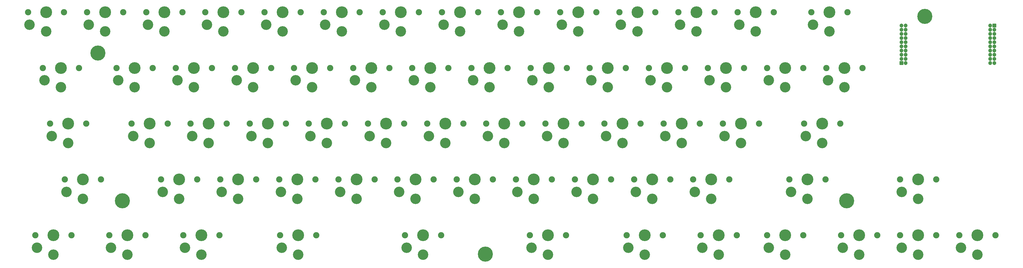
<source format=gbr>
%TF.GenerationSoftware,KiCad,Pcbnew,(7.0.0-0)*%
%TF.CreationDate,2023-03-04T16:40:42-08:00*%
%TF.ProjectId,mt-choc,6d742d63-686f-4632-9e6b-696361645f70,v1.0*%
%TF.SameCoordinates,Original*%
%TF.FileFunction,Soldermask,Top*%
%TF.FilePolarity,Negative*%
%FSLAX46Y46*%
G04 Gerber Fmt 4.6, Leading zero omitted, Abs format (unit mm)*
G04 Created by KiCad (PCBNEW (7.0.0-0)) date 2023-03-04 16:40:42*
%MOMM*%
%LPD*%
G01*
G04 APERTURE LIST*
G04 Aperture macros list*
%AMRoundRect*
0 Rectangle with rounded corners*
0 $1 Rounding radius*
0 $2 $3 $4 $5 $6 $7 $8 $9 X,Y pos of 4 corners*
0 Add a 4 corners polygon primitive as box body*
4,1,4,$2,$3,$4,$5,$6,$7,$8,$9,$2,$3,0*
0 Add four circle primitives for the rounded corners*
1,1,$1+$1,$2,$3*
1,1,$1+$1,$4,$5*
1,1,$1+$1,$6,$7*
1,1,$1+$1,$8,$9*
0 Add four rect primitives between the rounded corners*
20,1,$1+$1,$2,$3,$4,$5,0*
20,1,$1+$1,$4,$5,$6,$7,0*
20,1,$1+$1,$6,$7,$8,$9,0*
20,1,$1+$1,$8,$9,$2,$3,0*%
G04 Aperture macros list end*
%ADD10C,1.900000*%
%ADD11C,3.200000*%
%ADD12C,3.600000*%
%ADD13C,4.600000*%
%ADD14RoundRect,0.100000X-0.500000X-0.500000X0.500000X-0.500000X0.500000X0.500000X-0.500000X0.500000X0*%
%ADD15C,1.200000*%
%ADD16RoundRect,0.100000X0.500000X0.500000X-0.500000X0.500000X-0.500000X-0.500000X0.500000X-0.500000X0*%
G04 APERTURE END LIST*
D10*
%TO.C,SW10*%
X86250000Y-158000000D03*
D11*
X86750000Y-161800000D03*
D12*
X91750000Y-158000000D03*
D11*
X91750000Y-163900000D03*
D10*
X97250000Y-158000000D03*
%TD*%
%TO.C,SW39*%
X219000000Y-124000000D03*
D11*
X219500000Y-127800000D03*
D12*
X224500000Y-124000000D03*
D11*
X224500000Y-129900000D03*
D10*
X230000000Y-124000000D03*
%TD*%
%TO.C,SW33*%
X187500000Y-90000000D03*
D11*
X188000000Y-93800000D03*
D12*
X193000000Y-90000000D03*
D11*
X193000000Y-95900000D03*
D10*
X198500000Y-90000000D03*
%TD*%
%TO.C,SW40*%
X228000000Y-141000000D03*
D11*
X228500000Y-144800000D03*
D12*
X233500000Y-141000000D03*
D11*
X233500000Y-146900000D03*
D10*
X239000000Y-141000000D03*
%TD*%
%TO.C,SW56*%
X309000000Y-158000000D03*
D11*
X309500000Y-161800000D03*
D12*
X314500000Y-158000000D03*
D11*
X314500000Y-163900000D03*
D10*
X320000000Y-158000000D03*
%TD*%
%TO.C,SW18*%
X129000000Y-124000000D03*
D11*
X129500000Y-127800000D03*
D12*
X134500000Y-124000000D03*
D11*
X134500000Y-129900000D03*
D10*
X140000000Y-124000000D03*
%TD*%
%TO.C,SW44*%
X237000000Y-124000000D03*
D11*
X237500000Y-127800000D03*
D12*
X242500000Y-124000000D03*
D11*
X242500000Y-129900000D03*
D10*
X248000000Y-124000000D03*
%TD*%
D13*
%TO.C,H1*%
X82750000Y-102500000D03*
%TD*%
D10*
%TO.C,SW36*%
X210000000Y-141000000D03*
D11*
X210500000Y-144800000D03*
D12*
X215500000Y-141000000D03*
D11*
X215500000Y-146900000D03*
D10*
X221000000Y-141000000D03*
%TD*%
%TO.C,SW63*%
X304500000Y-107000000D03*
D11*
X305000000Y-110800000D03*
D12*
X310000000Y-107000000D03*
D11*
X310000000Y-112900000D03*
D10*
X315500000Y-107000000D03*
%TD*%
%TO.C,SW25*%
X151500000Y-90000000D03*
D11*
X152000000Y-93800000D03*
D12*
X157000000Y-90000000D03*
D11*
X157000000Y-95900000D03*
D10*
X162500000Y-90000000D03*
%TD*%
%TO.C,SW16*%
X115500000Y-90000000D03*
D11*
X116000000Y-93800000D03*
D12*
X121000000Y-90000000D03*
D11*
X121000000Y-95900000D03*
D10*
X126500000Y-90000000D03*
%TD*%
D13*
%TO.C,H5*%
X310750000Y-147500000D03*
%TD*%
D10*
%TO.C,SW41*%
X243750000Y-158000000D03*
D11*
X244250000Y-161800000D03*
D12*
X249250000Y-158000000D03*
D11*
X249250000Y-163900000D03*
D10*
X254750000Y-158000000D03*
%TD*%
%TO.C,SW38*%
X214500000Y-107000000D03*
D11*
X215000000Y-110800000D03*
D12*
X220000000Y-107000000D03*
D11*
X220000000Y-112900000D03*
D10*
X225500000Y-107000000D03*
%TD*%
%TO.C,SW62*%
X300000000Y-90000000D03*
D11*
X300500000Y-93800000D03*
D12*
X305500000Y-90000000D03*
D11*
X305500000Y-95900000D03*
D10*
X311000000Y-90000000D03*
%TD*%
%TO.C,SW26*%
X160500000Y-107000000D03*
D11*
X161000000Y-110800000D03*
D12*
X166000000Y-107000000D03*
D11*
X166000000Y-112900000D03*
D10*
X171500000Y-107000000D03*
%TD*%
%TO.C,SW48*%
X250500000Y-107000000D03*
D11*
X251000000Y-110800000D03*
D12*
X256000000Y-107000000D03*
D11*
X256000000Y-112900000D03*
D10*
X261500000Y-107000000D03*
%TD*%
%TO.C,SW11*%
X97500000Y-90000000D03*
D11*
X98000000Y-93800000D03*
D12*
X103000000Y-90000000D03*
D11*
X103000000Y-95900000D03*
D10*
X108500000Y-90000000D03*
%TD*%
D13*
%TO.C,H2*%
X90250000Y-147500000D03*
%TD*%
D10*
%TO.C,SW21*%
X142500000Y-107000000D03*
D11*
X143000000Y-110800000D03*
D12*
X148000000Y-107000000D03*
D11*
X148000000Y-112900000D03*
D10*
X153500000Y-107000000D03*
%TD*%
%TO.C,SW54*%
X273000000Y-124000000D03*
D11*
X273500000Y-127800000D03*
D12*
X278500000Y-124000000D03*
D11*
X278500000Y-129900000D03*
D10*
X284000000Y-124000000D03*
%TD*%
%TO.C,SW57*%
X277500000Y-90000000D03*
D11*
X278000000Y-93800000D03*
D12*
X283000000Y-90000000D03*
D11*
X283000000Y-95900000D03*
D10*
X288500000Y-90000000D03*
%TD*%
%TO.C,SW24*%
X138250000Y-158000000D03*
D11*
X138750000Y-161800000D03*
D12*
X143750000Y-158000000D03*
D11*
X143750000Y-163900000D03*
D10*
X149250000Y-158000000D03*
X176250000Y-158000000D03*
D11*
X176750000Y-161800000D03*
D12*
X181750000Y-158000000D03*
D11*
X181750000Y-163900000D03*
D10*
X187250000Y-158000000D03*
X214250000Y-158000000D03*
D11*
X214750000Y-161800000D03*
D12*
X219750000Y-158000000D03*
D11*
X219750000Y-163900000D03*
D10*
X225250000Y-158000000D03*
%TD*%
%TO.C,SW8*%
X93000000Y-124000000D03*
D11*
X93500000Y-127800000D03*
D12*
X98500000Y-124000000D03*
D11*
X98500000Y-129900000D03*
D10*
X104000000Y-124000000D03*
%TD*%
%TO.C,SW3*%
X68250000Y-124000000D03*
D11*
X68750000Y-127800000D03*
D12*
X73750000Y-124000000D03*
D11*
X73750000Y-129900000D03*
D10*
X79250000Y-124000000D03*
%TD*%
%TO.C,SW35*%
X201000000Y-124000000D03*
D11*
X201500000Y-127800000D03*
D12*
X206500000Y-124000000D03*
D11*
X206500000Y-129900000D03*
D10*
X212000000Y-124000000D03*
%TD*%
D13*
%TO.C,H4*%
X334500000Y-91250000D03*
%TD*%
D10*
%TO.C,SW9*%
X102000000Y-141000000D03*
D11*
X102500000Y-144800000D03*
D12*
X107500000Y-141000000D03*
D11*
X107500000Y-146900000D03*
D10*
X113000000Y-141000000D03*
%TD*%
%TO.C,SW15*%
X108750000Y-158000000D03*
D11*
X109250000Y-161800000D03*
D12*
X114250000Y-158000000D03*
D11*
X114250000Y-163900000D03*
D10*
X119750000Y-158000000D03*
%TD*%
%TO.C,SW4*%
X72750000Y-141000000D03*
D11*
X73250000Y-144800000D03*
D12*
X78250000Y-141000000D03*
D11*
X78250000Y-146900000D03*
D10*
X83750000Y-141000000D03*
%TD*%
%TO.C,SW49*%
X255000000Y-124000000D03*
D11*
X255500000Y-127800000D03*
D12*
X260500000Y-124000000D03*
D11*
X260500000Y-129900000D03*
D10*
X266000000Y-124000000D03*
%TD*%
%TO.C,SW42*%
X223500000Y-90000000D03*
D11*
X224000000Y-93800000D03*
D12*
X229000000Y-90000000D03*
D11*
X229000000Y-95900000D03*
D10*
X234500000Y-90000000D03*
%TD*%
%TO.C,SW53*%
X268500000Y-107000000D03*
D11*
X269000000Y-110800000D03*
D12*
X274000000Y-107000000D03*
D11*
X274000000Y-112900000D03*
D10*
X279500000Y-107000000D03*
%TD*%
%TO.C,SW1*%
X61500000Y-90000000D03*
D11*
X62000000Y-93800000D03*
D12*
X67000000Y-90000000D03*
D11*
X67000000Y-95900000D03*
D10*
X72500000Y-90000000D03*
%TD*%
%TO.C,SW43*%
X232500000Y-107000000D03*
D11*
X233000000Y-110800000D03*
D12*
X238000000Y-107000000D03*
D11*
X238000000Y-112900000D03*
D10*
X243500000Y-107000000D03*
%TD*%
%TO.C,SW58*%
X286500000Y-107000000D03*
D11*
X287000000Y-110800000D03*
D12*
X292000000Y-107000000D03*
D11*
X292000000Y-112900000D03*
D10*
X297500000Y-107000000D03*
%TD*%
%TO.C,SW59*%
X297750000Y-124000000D03*
D11*
X298250000Y-127800000D03*
D12*
X303250000Y-124000000D03*
D11*
X303250000Y-129900000D03*
D10*
X308750000Y-124000000D03*
%TD*%
%TO.C,SW29*%
X169500000Y-90000000D03*
D11*
X170000000Y-93800000D03*
D12*
X175000000Y-90000000D03*
D11*
X175000000Y-95900000D03*
D10*
X180500000Y-90000000D03*
%TD*%
%TO.C,SW7*%
X88500000Y-107000000D03*
D11*
X89000000Y-110800000D03*
D12*
X94000000Y-107000000D03*
D11*
X94000000Y-112900000D03*
D10*
X99500000Y-107000000D03*
%TD*%
%TO.C,SW34*%
X196500000Y-107000000D03*
D11*
X197000000Y-110800000D03*
D12*
X202000000Y-107000000D03*
D11*
X202000000Y-112900000D03*
D10*
X207500000Y-107000000D03*
%TD*%
%TO.C,SW22*%
X147000000Y-124000000D03*
D11*
X147500000Y-127800000D03*
D12*
X152500000Y-124000000D03*
D11*
X152500000Y-129900000D03*
D10*
X158000000Y-124000000D03*
%TD*%
%TO.C,SW6*%
X79500000Y-90000000D03*
D11*
X80000000Y-93800000D03*
D12*
X85000000Y-90000000D03*
D11*
X85000000Y-95900000D03*
D10*
X90500000Y-90000000D03*
%TD*%
%TO.C,SW30*%
X178500000Y-107000000D03*
D11*
X179000000Y-110800000D03*
D12*
X184000000Y-107000000D03*
D11*
X184000000Y-112900000D03*
D10*
X189500000Y-107000000D03*
%TD*%
%TO.C,SW37*%
X205500000Y-90000000D03*
D11*
X206000000Y-93800000D03*
D12*
X211000000Y-90000000D03*
D11*
X211000000Y-95900000D03*
D10*
X216500000Y-90000000D03*
%TD*%
%TO.C,SW61*%
X327000000Y-158000000D03*
D11*
X327500000Y-161800000D03*
D12*
X332500000Y-158000000D03*
D11*
X332500000Y-163900000D03*
D10*
X338000000Y-158000000D03*
%TD*%
%TO.C,SW23*%
X156000000Y-141000000D03*
D11*
X156500000Y-144800000D03*
D12*
X161500000Y-141000000D03*
D11*
X161500000Y-146900000D03*
D10*
X167000000Y-141000000D03*
%TD*%
D13*
%TO.C,H3*%
X200750000Y-163750000D03*
%TD*%
D10*
%TO.C,SW31*%
X183000000Y-124000000D03*
D11*
X183500000Y-127800000D03*
D12*
X188500000Y-124000000D03*
D11*
X188500000Y-129900000D03*
D10*
X194000000Y-124000000D03*
%TD*%
%TO.C,SW46*%
X266250000Y-158000000D03*
D11*
X266750000Y-161800000D03*
D12*
X271750000Y-158000000D03*
D11*
X271750000Y-163900000D03*
D10*
X277250000Y-158000000D03*
%TD*%
%TO.C,SW14*%
X120000000Y-141000000D03*
D11*
X120500000Y-144800000D03*
D12*
X125500000Y-141000000D03*
D11*
X125500000Y-146900000D03*
D10*
X131000000Y-141000000D03*
%TD*%
D14*
%TO.C,U1*%
X355636116Y-94083038D03*
D15*
X354366116Y-94083038D03*
X355636116Y-95353038D03*
X354366116Y-95353038D03*
X355636116Y-96623038D03*
X354366116Y-96623038D03*
X355636116Y-97893038D03*
X354366116Y-97893038D03*
X355636116Y-99163038D03*
X354366116Y-99163038D03*
X355636116Y-100433038D03*
X354366116Y-100433038D03*
X355636116Y-101703038D03*
X354366116Y-101703038D03*
X355636116Y-102973038D03*
X354366116Y-102973038D03*
X355636116Y-104243038D03*
X354366116Y-104243038D03*
X355636116Y-105513038D03*
X354366116Y-105513038D03*
D16*
X327366116Y-105513038D03*
D15*
X328636116Y-105513038D03*
X327366116Y-104243038D03*
X328636116Y-104243038D03*
X327366116Y-102973038D03*
X328636116Y-102973038D03*
X327366116Y-101703038D03*
X328636116Y-101703038D03*
X327366116Y-100433038D03*
X328636116Y-100433038D03*
X327366116Y-99163038D03*
X328636116Y-99163038D03*
X327366116Y-97893038D03*
X328636116Y-97893038D03*
X327366116Y-96623038D03*
X328636116Y-96623038D03*
X327366116Y-95353038D03*
X328636116Y-95353038D03*
X327366116Y-94083038D03*
X328636116Y-94083038D03*
%TD*%
D10*
%TO.C,SW50*%
X264000000Y-141000000D03*
D11*
X264500000Y-144800000D03*
D12*
X269500000Y-141000000D03*
D11*
X269500000Y-146900000D03*
D10*
X275000000Y-141000000D03*
%TD*%
%TO.C,SW27*%
X165000000Y-124000000D03*
D11*
X165500000Y-127800000D03*
D12*
X170500000Y-124000000D03*
D11*
X170500000Y-129900000D03*
D10*
X176000000Y-124000000D03*
%TD*%
%TO.C,SW13*%
X111000000Y-124000000D03*
D11*
X111500000Y-127800000D03*
D12*
X116500000Y-124000000D03*
D11*
X116500000Y-129900000D03*
D10*
X122000000Y-124000000D03*
%TD*%
%TO.C,SW17*%
X124500000Y-107000000D03*
D11*
X125000000Y-110800000D03*
D12*
X130000000Y-107000000D03*
D11*
X130000000Y-112900000D03*
D10*
X135500000Y-107000000D03*
%TD*%
%TO.C,SW45*%
X246000000Y-141000000D03*
D11*
X246500000Y-144800000D03*
D12*
X251500000Y-141000000D03*
D11*
X251500000Y-146900000D03*
D10*
X257000000Y-141000000D03*
%TD*%
%TO.C,SW2*%
X66000000Y-107000000D03*
D11*
X66500000Y-110800000D03*
D12*
X71500000Y-107000000D03*
D11*
X71500000Y-112900000D03*
D10*
X77000000Y-107000000D03*
%TD*%
%TO.C,SW5*%
X63750000Y-158000000D03*
D11*
X64250000Y-161800000D03*
D12*
X69250000Y-158000000D03*
D11*
X69250000Y-163900000D03*
D10*
X74750000Y-158000000D03*
%TD*%
%TO.C,SW64*%
X345000000Y-158000000D03*
D11*
X345500000Y-161800000D03*
D12*
X350500000Y-158000000D03*
D11*
X350500000Y-163900000D03*
D10*
X356000000Y-158000000D03*
%TD*%
%TO.C,SW12*%
X106500000Y-107000000D03*
D11*
X107000000Y-110800000D03*
D12*
X112000000Y-107000000D03*
D11*
X112000000Y-112900000D03*
D10*
X117500000Y-107000000D03*
%TD*%
%TO.C,SW60*%
X327000000Y-141000000D03*
D11*
X327500000Y-144800000D03*
D12*
X332500000Y-141000000D03*
D11*
X332500000Y-146900000D03*
D10*
X338000000Y-141000000D03*
%TD*%
%TO.C,SW32*%
X192000000Y-141000000D03*
D11*
X192500000Y-144800000D03*
D12*
X197500000Y-141000000D03*
D11*
X197500000Y-146900000D03*
D10*
X203000000Y-141000000D03*
%TD*%
%TO.C,SW55*%
X293250000Y-141000000D03*
D11*
X293750000Y-144800000D03*
D12*
X298750000Y-141000000D03*
D11*
X298750000Y-146900000D03*
D10*
X304250000Y-141000000D03*
%TD*%
%TO.C,SW47*%
X241500000Y-90000000D03*
D11*
X242000000Y-93800000D03*
D12*
X247000000Y-90000000D03*
D11*
X247000000Y-95900000D03*
D10*
X252500000Y-90000000D03*
%TD*%
%TO.C,SW28*%
X174000000Y-141000000D03*
D11*
X174500000Y-144800000D03*
D12*
X179500000Y-141000000D03*
D11*
X179500000Y-146900000D03*
D10*
X185000000Y-141000000D03*
%TD*%
%TO.C,SW20*%
X133500000Y-90000000D03*
D11*
X134000000Y-93800000D03*
D12*
X139000000Y-90000000D03*
D11*
X139000000Y-95900000D03*
D10*
X144500000Y-90000000D03*
%TD*%
%TO.C,SW52*%
X259500000Y-90000000D03*
D11*
X260000000Y-93800000D03*
D12*
X265000000Y-90000000D03*
D11*
X265000000Y-95900000D03*
D10*
X270500000Y-90000000D03*
%TD*%
%TO.C,SW51*%
X286500000Y-158000000D03*
D11*
X287000000Y-161800000D03*
D12*
X292000000Y-158000000D03*
D11*
X292000000Y-163900000D03*
D10*
X297500000Y-158000000D03*
%TD*%
%TO.C,SW19*%
X138000000Y-141000000D03*
D11*
X138500000Y-144800000D03*
D12*
X143500000Y-141000000D03*
D11*
X143500000Y-146900000D03*
D10*
X149000000Y-141000000D03*
%TD*%
M02*

</source>
